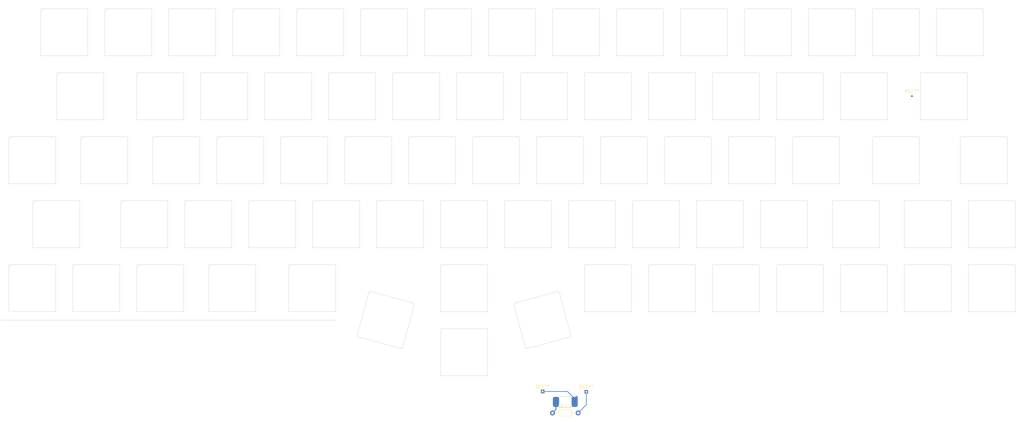
<source format=kicad_pcb>
(kicad_pcb (version 20211014) (generator pcbnew)
  (layers (0 "F.Cu" signal) (31 "B.Cu" signal) (34 "B.Paste" user) (35 "F.Paste" user) (36 "B.SilkS" user "B.Silkscreen") (37 "F.SilkS" user "F.Silkscreen") (38 "B.Mask" user) (39 "F.Mask" user) (44 "Edge.Cuts" user))
  (net 0 "")
  (footprint "OpticalParts:Switch_Cutout" (layer "F.Cu") (at 90.4875 42.8625))
  (footprint "OpticalParts:Switch_Cutout" (layer "F.Cu") (at 252.4125 61.9125))
  (footprint "OpticalParts:Switch_Cutout" (layer "F.Cu") (at 195.2625 119.0625))
  (footprint "OpticalParts:Switch_Cutout" (layer "F.Cu") (at 57.15 100.0125))
  (footprint "OpticalParts:Switch_Cutout" (layer "F.Cu") (at 204.7875 42.8625))
  (footprint "OpticalParts:Switch_Cutout" (layer "F.Cu") (at 171.45 100.0125))
  (footprint "OpticalParts:Switch_Cutout" (layer "F.Cu") (at 261.9375 42.8625))
  (footprint "OpticalParts:Switch_Cutout" (layer "F.Cu") (at 233.3625 61.9125))
  (footprint "OpticalParts:Switch_Cutout" (layer "F.Cu") (at 280.9875 42.8625))
  (footprint "OpticalParts:Switch_Cutout" (layer "F.Cu") (at 76.2 100.0125))
  (footprint "OpticalParts:Switch_Cutout" (layer "F.Cu") (at 123.825 80.9625))
  (footprint "OpticalParts:Switch_Cutout" (layer "F.Cu") (at 176.2125 119.0625))
  (footprint "OpticalParts:Switch_Cutout" (layer "F.Cu") (at 166.6875 42.8625))
  (footprint "OpticalParts:Switch_Cutout" (layer "F.Cu") (at 47.625 80.9625))
  (footprint "OpticalParts:Switch_Cutout" (layer "F.Cu") (at 33.3375 42.8625))
  (footprint "OpticalParts:Switch_Cutout" (layer "F.Cu") (at 242.8875 42.8625))
  (footprint "TestPoint:TestPoint_THTPad_1.0x1.0mm_Drill0.5mm" (layer "F.Cu") (at 156.75 149.84))
  (footprint "OpticalParts:Switch_Cutout" (layer "F.Cu") (at 176.2125 61.9125))
  (footprint "OpticalParts:Switch_Cutout" (layer "F.Cu") (at 161.925 80.9625))
  (footprint "OpticalParts:Switch_Cutout" (layer "F.Cu") (at 66.675 80.9625))
  (footprint "OpticalParts:Switch_Cutout_1.25u" (layer "F.Cu") (at 250.03125 100.0125))
  (footprint "OpticalParts:Switch_Cutout" (layer "F.Cu") (at 100.0125 61.9125))
  (footprint "OpticalParts:Switch_Cutout" (layer "F.Cu") (at 133.35 100.0125))
  (footprint "OpticalParts:Switch_Cutout" (layer "F.Cu") (at 209.55 100.0125))
  (footprint "OpticalParts:Switch_Cutout" (layer "F.Cu") (at 252.4125 119.0625))
  (footprint "OpticalParts:Switch_Cutout_1.5u" (layer "F.Cu") (at 19.05 61.9125))
  (footprint "OpticalParts:Switch_Cutout" (layer "F.Cu") (at 290.5125 119.0625))
  (footprint "OpticalParts:Switch_Cutout" (layer "F.Cu") (at 271.4625 119.0625))
  (footprint "OpticalParts:Switch_Cutout" (layer "F.Cu") (at 85.725 80.9625))
  (footprint "OpticalParts:Switch_Cutout" (layer "F.Cu") (at 219.075 80.9625))
  (footprint "OpticalParts:Switch_Cutout" (layer "F.Cu") (at 271.4625 100.0125))
  (footprint "OpticalParts:Switch_Cutout_1.75u" (layer "F.Cu") (at 11.90625 100.0125))
  (footprint "OpticalParts:Switch_Cutout_1.5u" (layer "F.Cu") (at 261.9375 80.9625))
  (footprint "OpticalParts:Switch_Cutout" (layer "F.Cu") (at 195.2625 61.9125))
  (footprint "OpticalParts:Switch_Cutout" (layer "F.Cu") (at 42.8625 61.9125))
  (footprint "OpticalParts:Switch_Cutout_1.5u" (layer "F.Cu") (at 276.225 61.9125))
  (footprint "OpticalParts:Switch_Cutout" (layer "F.Cu") (at 104.775 80.9625))
  (footprint "OpticalParts:Switch_Cutout" (layer "F.Cu") (at 238.125 80.9625))
  (footprint "OpticalParts:Switch_Cutout" (layer "F.Cu") (at 142.875 80.9625))
  (footprint "TestPoint:TestPoint_THTPad_1.0x1.0mm_Drill0.5mm" (layer "F.Cu") (at 169.75 149.94))
  (footprint "OpticalParts:Switch_Cutout_1.25u" (layer "F.Cu") (at 288.13125 80.9625))
  (footprint "OpticalParts:Switch_Cutout" (layer "F.Cu") (at 109.5375 42.8625))
  (footprint "OpticalParts:Switch_Cutout" (layer "F.Cu") (at 95.25 100.0125))
  (footprint "OpticalParts:Switch_Cutout" (layer "F.Cu") (at 133.35 119.0625))
  (footprint "OpticalParts:Switch_Cutout" (layer "F.Cu") (at 42.8625 119.0625))
  (footprint "OpticalParts:Switch_Cutout" (layer "F.Cu") (at 80.9625 61.9125))
  (footprint "Fiducial:Fiducial_0.5mm_Mask1mm" (layer "F.Cu") (at 266.7 61.9125))
  (footprint "OpticalParts:Switch_Cutout" (layer "F.Cu") (at 138.1125 61.9125))
  (footprint "OpticalParts:Switch_Cutout" (layer "F.Cu") (at 61.9125 61.9125))
  (footprint "OpticalParts:Switch_Cutout_1.5u" (layer "F.Cu") (at 110.0375 128.5875 75))
  (footprint "OpticalParts:Switch_Cutout" (layer "F.Cu") (at 4.7625 119.0625))
  (footprint "OpticalParts:Switch_Cutout" (layer "F.Cu") (at 233.3625 119.0625))
  (footprint "OpticalParts:Switch_Cutout" (layer "F.Cu") (at 4.7625 80.9625))
  (footprint "OpticalParts:Switch_Cutout_1.25u" (layer "F.Cu") (at 88.10625 119.0625))
  (footprint "OpticalParts:Switch_Cutout" (layer "F.Cu") (at 128.5875 42.8625))
  (footprint "OpticalParts:Switch_Cutout" (layer "F.Cu") (at 38.1 100.0125))
  (footprint "OpticalParts:Switch_Cutout" (layer "F.Cu") (at 290.5125 100.0125))
  (footprint "OpticalParts:Switch_Cutout" (layer "F.Cu") (at 214.3125 61.9125))
  (footprint "OpticalParts:Switch_Cutout" (layer "F.Cu") (at 71.4375 42.8625))
  (footprint "OpticalParts:Switch_Cutout" (layer "F.Cu") (at 190.5 100.0125))
  (footprint "OpticalParts:Switch_Cutout" (layer "F.Cu") (at 152.4 100.0125))
  (footprint "OpticalParts:Switch_Cutout" (layer "F.Cu") (at 214.3125 119.0625))
  (footprint "OpticalParts:Switch_Cutout" (layer "F.Cu") (at 14.2875 42.8625))
  (footprint "OpticalParts:Switch_Cutout" (layer "F.Cu") (at 200.025 80.9625))
  (footprint "OpticalParts:Switch_Cutout" (layer "F.Cu") (at 133.35 138.1125))
  (footprint "OpticalParts:Switch_Cutout" (layer "F.Cu") (at 23.8125 119.0625))
  (footprint "OpticalParts:Switch_Cutout" (layer "F.Cu") (at 157.1625 61.9125))
  (footprint "OpticalParts:Switch_Cutout" (layer "F.Cu") (at 119.0625 61.9125))
  (footprint "OpticalParts:Switch_Cutout" (layer "F.Cu") (at 180.975 80.9625))
  (footprint "OpticalParts:Switch_Cutout_1.25u" (layer "F.Cu") (at 64.29375 119.0625))
  (footprint "OpticalParts:Switch_Cutout" (layer "F.Cu") (at 52.3875 42.8625))
  (footprint "OpticalParts:Switch_Cutout_1.5u" (layer "F.Cu") (at 156.6625 128.5875 -75))
  (footprint "clipboard:7bfbbc5f-3758-4a9b-ae23-8507aae1abe4" (layer "F.Cu") (at 165.212132 154.452132))
  (footprint "OpticalParts:Switch_Cutout_1.25u" (layer "F.Cu") (at 26.19375 80.9625))
  (footprint "OpticalParts:Switch_Cutout" (layer "F.Cu") (at 228.6 100.0125))
  (footprint "OpticalParts:Switch_Cutout" (layer "F.Cu") (at 114.3 100.0125))
  (footprint "OpticalParts:Switch_Cutout" (layer "F.Cu") (at 185.7375 42.8625))
  (footprint "Resistor_THT:R_Axial_DIN0204_L3.6mm_D1.6mm_P7.62mm_Horizontal" (layer "F.Cu") (at 159.69 156.24))
  (footprint "OpticalParts:Switch_Cutout" (layer "F.Cu") (at 223.8375 42.8625))
  (footprint "OpticalParts:Switch_Cutout" (layer "F.Cu") (at 147.6375 42.8625))
  (gr_line (start -4.7625 128.5875) (end 95.25 128.5875) (layer "Edge.Cuts") (width 0.1))
  (segment (start 164.15 149.84) (end 165.75 151.44) (width 0.2) (layer "B.Cu") (net 0))
  (segment (start 156.75 149.84) (end 164.15 149.84) (width 0.2) (layer "B.Cu") (net 0))
  (segment (start 160.7 152.94) (end 160.6 152.84) (width 0.25) (layer "B.Cu") (net 0))
  (segment (start 169.75 153.8) (end 169.75 149.94) (width 0.2) (layer "B.Cu") (net 0))
  (segment (start 160.7 152.94) (end 160.7 155.23) (width 0.25) (layer "B.Cu") (net 0))
  (segment (start 166.732606 151.212606) (end 167.1 151.58) (width 0.25) (layer "B.Cu") (net 0))
  (segment (start 160.7 155.23) (end 159.69 156.24) (width 0.25) (layer "B.Cu") (net 0))
  (segment (start 167.31 156.24) (end 169.75 153.8) (width 0.2) (layer "B.Cu") (net 0))
)
</source>
